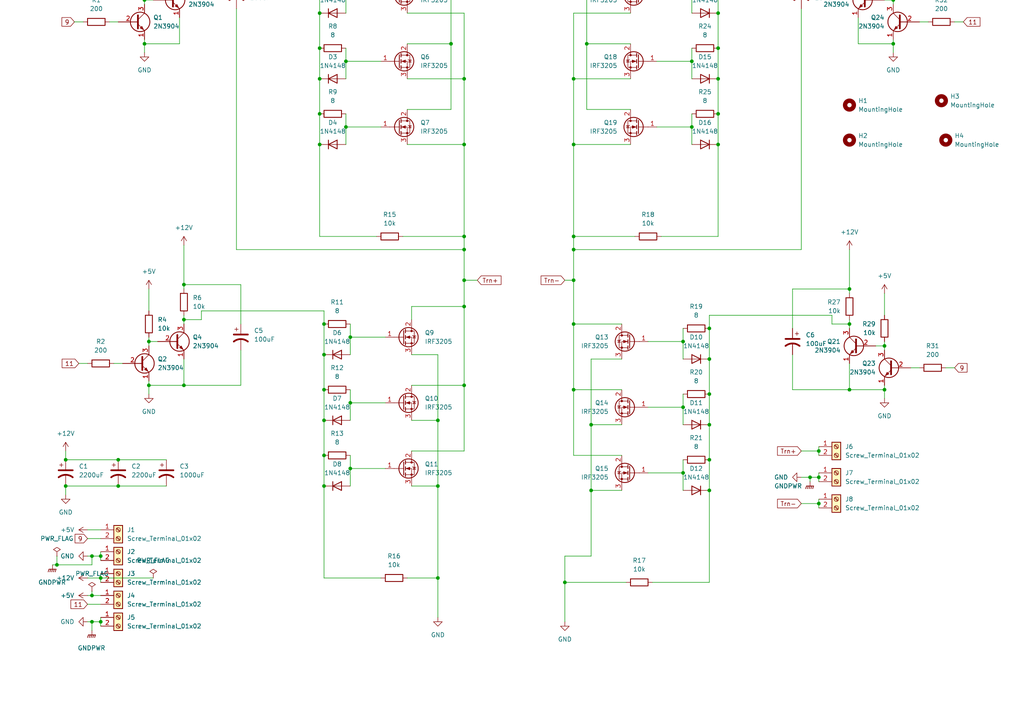
<source format=kicad_sch>
(kicad_sch (version 20230121) (generator eeschema)
  (paper "A4")
  (lib_symbols
    (symbol "Connector:Screw_Terminal_01x02" (pin_names (offset 1.016) hide)
      (property "Reference" "J" (at 0 2.54 0))
      (property "Value" "Screw_Terminal_01x02" (at 0 -5.08 0))
      (symbol "Screw_Terminal_01x02_1_1"
        (pin passive line (at -5.08 0 0) (length 3.81) (name "Pin_1") (number "1"))
        (pin passive line (at -5.08 -2.54 0) (length 3.81) (name "Pin_2") (number "2"))
      )
    )
    (symbol "Device:C_Polarized_US" (pin_numbers hide) (pin_names (offset 0.254) hide)
      (property "Reference" "C" (at 0.635 2.54 0))
      (property "Value" "C_Polarized_US" (at 0.635 -2.54 0))
      (symbol "C_Polarized_US_1_1"
        (pin passive line (at 0 3.81 270) (length 2.794) (name "~") (number "1"))
        (pin passive line (at 0 -3.81 90) (length 3.302) (name "~") (number "2"))
      )
    )
    (symbol "Device:R" (pin_numbers hide) (pin_names (offset 0))
      (property "Reference" "R" (at 2.032 0 90))
      (property "Value" "R" (at 0 0 90))
      (symbol "R_1_1"
        (pin passive line (at 0 3.81 270) (length 1.27) (name "~") (number "1"))
        (pin passive line (at 0 -3.81 90) (length 1.27) (name "~") (number "2"))
      )
    )
    (symbol "Diode:1N4007" (pin_numbers hide) (pin_names (offset 1.016) hide)
      (property "Reference" "D" (at 0 2.54 0))
      (property "Value" "1N4007" (at 0 -2.54 0))
      (symbol "1N4007_1_1"
        (pin passive line (at -3.81 0 0) (length 2.54) (name "K") (number "1"))
        (pin passive line (at 3.81 0 180) (length 2.54) (name "A") (number "2"))
      )
    )
    (symbol "Diode:1N4148" (pin_numbers hide) (pin_names (offset 1.016) hide)
      (property "Reference" "D" (at 0 2.54 0))
      (property "Value" "1N4148" (at 0 -2.54 0))
      (symbol "1N4148_1_1"
        (pin passive line (at -3.81 0 0) (length 2.54) (name "K") (number "1"))
        (pin passive line (at 3.81 0 180) (length 2.54) (name "A") (number "2"))
      )
    )
    (symbol "Mechanical:MountingHole" (pin_names (offset 1.016))
      (property "Reference" "H" (at 0 5.08 0))
      (property "Value" "MountingHole" (at 0 3.175 0))
    )
    (symbol "Transistor_BJT:2N3904" (pin_names (offset 0) hide)
      (property "Reference" "Q" (at 5.08 1.905 0))
      (property "Value" "2N3904" (at 5.08 0 0))
      (symbol "2N3904_1_1"
        (pin passive line (at 2.54 -5.08 90) (length 2.54) (name "E") (number "1"))
        (pin passive line (at -5.08 0 0) (length 5.715) (name "B") (number "2"))
        (pin passive line (at 2.54 5.08 270) (length 2.54) (name "C") (number "3"))
      )
    )
    (symbol "Transistor_FET:IRF3205" (pin_names hide)
      (property "Reference" "Q" (at 6.35 1.905 0))
      (property "Value" "IRF3205" (at 6.35 0 0))
      (symbol "IRF3205_1_1"
        (pin input line (at -5.08 0 0) (length 2.54) (name "G") (number "1"))
        (pin passive line (at 2.54 5.08 270) (length 2.54) (name "D") (number "2"))
        (pin passive line (at 2.54 -5.08 90) (length 2.54) (name "S") (number "3"))
      )
    )
    (symbol "power:+12V" (power) (pin_names (offset 0))
      (property "Value" "+12V" (at 0 3.556 0))
      (symbol "+12V_1_1"
        (pin power_in line (at 0 0 90) (length 0) hide (name "+12V") (number "1"))
      )
    )
    (symbol "power:+5V" (power) (pin_names (offset 0))
      (property "Value" "+5V" (at 0 3.556 0))
      (symbol "+5V_1_1"
        (pin power_in line (at 0 0 90) (length 0) hide (name "+5V") (number "1"))
      )
    )
    (symbol "power:GND" (power) (pin_names (offset 0))
      (property "Value" "GND" (at 0 -3.81 0))
      (symbol "GND_1_1"
        (pin power_in line (at 0 0 270) (length 0) hide (name "GND") (number "1"))
      )
    )
    (symbol "power:GNDPWR" (power) (pin_names (offset 0))
      (property "Value" "GNDPWR" (at 0 -3.302 0))
      (symbol "GNDPWR_1_1"
        (pin power_in line (at 0 0 270) (length 0) hide (name "GNDPWR") (number "1"))
      )
    )
    (symbol "power:PWR_FLAG" (power) (pin_numbers hide) (pin_names (offset 0) hide)
      (property "Value" "PWR_FLAG" (at 0 3.81 0))
      (symbol "PWR_FLAG_0_0"
        (pin power_out line (at 0 0 90) (length 0) (name "pwr") (number "1"))
      )
    )
  )
  (junction (at 29.21 167.64))
  (junction (at 166.37 22.86))
  (junction (at 100.33 36.83))
  (junction (at 92.71 33.02))
  (junction (at 259.08 12.7))
  (junction (at 16.51 163.83))
  (junction (at 134.62 41.91))
  (junction (at 100.33 17.78))
  (junction (at 166.37 68.58))
  (junction (at 134.62 72.39))
  (junction (at 93.98 132.08))
  (junction (at 166.37 41.91))
  (junction (at 134.62 111.76))
  (junction (at 208.28 33.02))
  (junction (at 205.74 142.24))
  (junction (at 166.37 93.98))
  (junction (at 92.71 13.97))
  (junction (at 93.98 113.03))
  (junction (at 200.66 36.83))
  (junction (at 170.18 12.7))
  (junction (at 34.29 140.97))
  (junction (at 259.08 0))
  (junction (at 29.21 161.29))
  (junction (at 246.38 83.82))
  (junction (at 93.98 93.98))
  (junction (at 198.12 99.06))
  (junction (at 256.54 100.33))
  (junction (at 166.37 72.39))
  (junction (at 19.05 133.35))
  (junction (at 163.83 168.91))
  (junction (at 205.74 114.3))
  (junction (at 182.88 -10.16))
  (junction (at 200.66 17.78))
  (junction (at 166.37 113.03))
  (junction (at 43.18 111.76))
  (junction (at 101.6 116.84))
  (junction (at 237.49 146.05))
  (junction (at 52.07 -16.51))
  (junction (at 26.67 161.29))
  (junction (at 41.91 0))
  (junction (at 205.74 123.19))
  (junction (at 53.34 92.71))
  (junction (at 92.71 41.91))
  (junction (at 134.62 68.58))
  (junction (at 130.81 12.7))
  (junction (at 92.71 22.86))
  (junction (at 205.74 104.14))
  (junction (at 93.98 140.97))
  (junction (at 92.71 -5.08))
  (junction (at 205.74 133.35))
  (junction (at 246.38 113.03))
  (junction (at 134.62 81.28))
  (junction (at 256.54 113.03))
  (junction (at 52.07 -6.35))
  (junction (at 29.21 180.34))
  (junction (at 248.92 -16.51))
  (junction (at 205.74 95.25))
  (junction (at 134.62 88.9))
  (junction (at 53.34 82.55))
  (junction (at 127 121.92))
  (junction (at 208.28 3.81))
  (junction (at 34.29 133.35))
  (junction (at 127 140.97))
  (junction (at 248.92 -6.35))
  (junction (at 100.33 -1.27))
  (junction (at 200.66 -1.27))
  (junction (at 246.38 93.98))
  (junction (at 127 167.64))
  (junction (at 101.6 97.79))
  (junction (at 43.18 99.06))
  (junction (at 234.95 138.43))
  (junction (at 171.45 123.19))
  (junction (at 93.98 102.87))
  (junction (at 208.28 -5.08))
  (junction (at 134.62 22.86))
  (junction (at 53.34 111.76))
  (junction (at 237.49 130.81))
  (junction (at 237.49 138.43))
  (junction (at 41.91 12.7))
  (junction (at 198.12 137.16))
  (junction (at 198.12 118.11))
  (junction (at 208.28 41.91))
  (junction (at 118.11 -10.16))
  (junction (at 19.05 140.97))
  (junction (at 101.6 135.89))
  (junction (at 26.67 172.72))
  (junction (at 26.67 180.34))
  (junction (at 93.98 121.92))
  (junction (at 208.28 13.97))
  (junction (at 92.71 3.81))
  (junction (at 171.45 142.24))
  (junction (at 208.28 22.86))
  (junction (at 166.37 81.28))
  (wire (pts (xy 259.08 0) (xy 256.54 0)))
  (wire (pts (xy 163.83 168.91) (xy 163.83 180.34)))
  (wire (pts (xy 229.87 102.87) (xy 229.87 113.03)))
  (wire (pts (xy 208.28 -8.89) (xy 243.84 -8.89)))
  (wire (pts (xy 208.28 -5.08) (xy 208.28 3.81)))
  (wire (pts (xy 26.67 163.83) (xy 26.67 161.29)))
  (wire (pts (xy 259.08 -1.27) (xy 259.08 0)))
  (wire (pts (xy 69.85 93.98) (xy 69.85 82.55)))
  (wire (pts (xy 52.07 -16.51) (xy 52.07 -15.24)))
  (wire (pts (xy 232.41 -5.08) (xy 232.41 -16.51)))
  (wire (pts (xy 256.54 113.03) (xy 256.54 115.57)))
  (wire (pts (xy 181.61 168.91) (xy 163.83 168.91)))
  (wire (pts (xy 246.38 105.41) (xy 246.38 113.03)))
  (wire (pts (xy 198.12 99.06) (xy 187.96 99.06)))
  (wire (pts (xy 43.18 99.06) (xy 43.18 100.33)))
  (wire (pts (xy 52.07 5.08) (xy 52.07 12.7)))
  (wire (pts (xy 134.62 111.76) (xy 134.62 88.9)))
  (wire (pts (xy 15.24 163.83) (xy 16.51 163.83)))
  (wire (pts (xy 25.4 175.26) (xy 29.21 175.26)))
  (wire (pts (xy 198.12 137.16) (xy 198.12 142.24)))
  (wire (pts (xy 166.37 93.98) (xy 166.37 113.03)))
  (wire (pts (xy 43.18 110.49) (xy 43.18 111.76)))
  (wire (pts (xy 237.49 137.16) (xy 237.49 138.43)))
  (wire (pts (xy 19.05 140.97) (xy 34.29 140.97)))
  (wire (pts (xy 69.85 111.76) (xy 53.34 111.76)))
  (wire (pts (xy 69.85 101.6) (xy 69.85 111.76)))
  (wire (pts (xy 43.18 83.82) (xy 43.18 90.17)))
  (wire (pts (xy 248.92 12.7) (xy 259.08 12.7)))
  (wire (pts (xy 200.66 -1.27) (xy 190.5 -1.27)))
  (wire (pts (xy 166.37 113.03) (xy 180.34 113.03)))
  (wire (pts (xy 68.58 72.39) (xy 134.62 72.39)))
  (wire (pts (xy 232.41 2.54) (xy 232.41 72.39)))
  (wire (pts (xy 68.58 -5.08) (xy 68.58 -16.51)))
  (wire (pts (xy 101.6 135.89) (xy 101.6 140.97)))
  (wire (pts (xy 118.11 3.81) (xy 134.62 3.81)))
  (wire (pts (xy 237.49 129.54) (xy 237.49 130.81)))
  (wire (pts (xy 248.92 5.08) (xy 248.92 12.7)))
  (wire (pts (xy 92.71 -5.08) (xy 92.71 -8.89)))
  (wire (pts (xy 232.41 -16.51) (xy 248.92 -16.51)))
  (wire (pts (xy 29.21 166.37) (xy 29.21 167.64)))
  (wire (pts (xy 256.54 100.33) (xy 256.54 101.6)))
  (wire (pts (xy 256.54 85.09) (xy 256.54 91.44)))
  (wire (pts (xy 134.62 81.28) (xy 138.43 81.28)))
  (wire (pts (xy 200.66 17.78) (xy 190.5 17.78)))
  (wire (pts (xy 101.6 135.89) (xy 111.76 135.89)))
  (wire (pts (xy 29.21 161.29) (xy 29.21 162.56)))
  (wire (pts (xy 208.28 -5.08) (xy 208.28 -8.89)))
  (wire (pts (xy 171.45 161.29) (xy 163.83 161.29)))
  (wire (pts (xy 29.21 179.07) (xy 29.21 180.34)))
  (wire (pts (xy 25.4 180.34) (xy 26.67 180.34)))
  (wire (pts (xy 182.88 3.81) (xy 166.37 3.81)))
  (wire (pts (xy 26.67 180.34) (xy 29.21 180.34)))
  (wire (pts (xy 33.02 105.41) (xy 35.56 105.41)))
  (wire (pts (xy 118.11 31.75) (xy 130.81 31.75)))
  (wire (pts (xy 58.42 90.17) (xy 58.42 92.71)))
  (wire (pts (xy 279.4 6.35) (xy 276.86 6.35)))
  (wire (pts (xy 134.62 111.76) (xy 134.62 130.81)))
  (wire (pts (xy 118.11 -15.24) (xy 118.11 -10.16)))
  (wire (pts (xy 110.49 167.64) (xy 93.98 167.64)))
  (wire (pts (xy 243.84 -6.35) (xy 248.92 -6.35)))
  (wire (pts (xy 237.49 130.81) (xy 237.49 132.08)))
  (wire (pts (xy 127 140.97) (xy 127 121.92)))
  (wire (pts (xy 180.34 123.19) (xy 171.45 123.19)))
  (wire (pts (xy 92.71 22.86) (xy 92.71 33.02)))
  (wire (pts (xy 26.67 161.29) (xy 29.21 161.29)))
  (wire (pts (xy 259.08 0) (xy 259.08 1.27)))
  (wire (pts (xy 52.07 -6.35) (xy 52.07 -5.08)))
  (wire (pts (xy 246.38 113.03) (xy 256.54 113.03)))
  (wire (pts (xy 232.41 146.05) (xy 237.49 146.05)))
  (wire (pts (xy 200.66 -5.08) (xy 200.66 -1.27)))
  (wire (pts (xy 200.66 33.02) (xy 200.66 36.83)))
  (wire (pts (xy 134.62 68.58) (xy 134.62 72.39)))
  (wire (pts (xy 166.37 41.91) (xy 166.37 22.86)))
  (wire (pts (xy 16.51 163.83) (xy 26.67 163.83)))
  (wire (pts (xy 119.38 130.81) (xy 134.62 130.81)))
  (wire (pts (xy 57.15 -8.89) (xy 57.15 -6.35)))
  (wire (pts (xy 57.15 -6.35) (xy 52.07 -6.35)))
  (wire (pts (xy 243.84 -8.89) (xy 243.84 -6.35)))
  (wire (pts (xy 163.83 161.29) (xy 163.83 168.91)))
  (wire (pts (xy 127 167.64) (xy 127 179.07)))
  (wire (pts (xy 43.18 111.76) (xy 43.18 114.3)))
  (wire (pts (xy 53.34 71.12) (xy 53.34 82.55)))
  (wire (pts (xy 134.62 88.9) (xy 119.38 88.9)))
  (wire (pts (xy 232.41 72.39) (xy 166.37 72.39)))
  (wire (pts (xy 200.66 17.78) (xy 200.66 22.86)))
  (wire (pts (xy 68.58 2.54) (xy 68.58 72.39)))
  (wire (pts (xy 92.71 -8.89) (xy 57.15 -8.89)))
  (wire (pts (xy 93.98 121.92) (xy 93.98 132.08)))
  (wire (pts (xy 134.62 41.91) (xy 134.62 68.58)))
  (wire (pts (xy 92.71 3.81) (xy 92.71 13.97)))
  (wire (pts (xy 41.91 11.43) (xy 41.91 12.7)))
  (wire (pts (xy 93.98 113.03) (xy 93.98 121.92)))
  (wire (pts (xy 41.91 -15.24) (xy 41.91 -8.89)))
  (wire (pts (xy 248.92 -6.35) (xy 248.92 -5.08)))
  (wire (pts (xy 52.07 -27.94) (xy 52.07 -25.4)))
  (wire (pts (xy 134.62 81.28) (xy 134.62 88.9)))
  (wire (pts (xy 101.6 97.79) (xy 111.76 97.79)))
  (wire (pts (xy 166.37 81.28) (xy 166.37 93.98)))
  (wire (pts (xy 92.71 13.97) (xy 92.71 22.86)))
  (wire (pts (xy 41.91 12.7) (xy 41.91 15.24)))
  (wire (pts (xy 22.86 105.41) (xy 25.4 105.41)))
  (wire (pts (xy 92.71 33.02) (xy 92.71 41.91)))
  (wire (pts (xy 26.67 171.45) (xy 26.67 172.72)))
  (wire (pts (xy 237.49 146.05) (xy 237.49 147.32)))
  (wire (pts (xy 205.74 123.19) (xy 205.74 133.35)))
  (wire (pts (xy 134.62 72.39) (xy 134.62 81.28)))
  (wire (pts (xy 205.74 95.25) (xy 205.74 104.14)))
  (wire (pts (xy 248.92 -27.94) (xy 248.92 -25.4)))
  (wire (pts (xy 246.38 92.71) (xy 246.38 93.98)))
  (wire (pts (xy 101.6 116.84) (xy 111.76 116.84)))
  (wire (pts (xy 93.98 90.17) (xy 58.42 90.17)))
  (wire (pts (xy 182.88 41.91) (xy 166.37 41.91)))
  (wire (pts (xy 100.33 13.97) (xy 100.33 17.78)))
  (wire (pts (xy 119.38 140.97) (xy 127 140.97)))
  (wire (pts (xy 118.11 -10.16) (xy 118.11 -6.35)))
  (wire (pts (xy 25.4 172.72) (xy 26.67 172.72)))
  (wire (pts (xy 182.88 -15.24) (xy 182.88 -10.16)))
  (wire (pts (xy 229.87 83.82) (xy 246.38 83.82)))
  (wire (pts (xy 52.07 -7.62) (xy 52.07 -6.35)))
  (wire (pts (xy 134.62 3.81) (xy 134.62 22.86)))
  (wire (pts (xy 130.81 -10.16) (xy 118.11 -10.16)))
  (wire (pts (xy 101.6 97.79) (xy 101.6 102.87)))
  (wire (pts (xy 229.87 113.03) (xy 246.38 113.03)))
  (wire (pts (xy 166.37 132.08) (xy 180.34 132.08)))
  (wire (pts (xy 100.33 -1.27) (xy 100.33 3.81)))
  (wire (pts (xy 266.7 106.68) (xy 264.16 106.68)))
  (wire (pts (xy 93.98 132.08) (xy 93.98 140.97)))
  (wire (pts (xy 118.11 12.7) (xy 130.81 12.7)))
  (wire (pts (xy 53.34 104.14) (xy 53.34 111.76)))
  (wire (pts (xy 234.95 138.43) (xy 237.49 138.43)))
  (wire (pts (xy 184.15 68.58) (xy 166.37 68.58)))
  (wire (pts (xy 34.29 140.97) (xy 48.26 140.97)))
  (wire (pts (xy 119.38 121.92) (xy 127 121.92)))
  (wire (pts (xy 237.49 144.78) (xy 237.49 146.05)))
  (wire (pts (xy 256.54 99.06) (xy 256.54 100.33)))
  (wire (pts (xy 171.45 104.14) (xy 171.45 123.19)))
  (wire (pts (xy 26.67 172.72) (xy 29.21 172.72)))
  (wire (pts (xy 180.34 104.14) (xy 171.45 104.14)))
  (wire (pts (xy 166.37 3.81) (xy 166.37 22.86)))
  (wire (pts (xy 171.45 142.24) (xy 171.45 123.19)))
  (wire (pts (xy 101.6 116.84) (xy 101.6 121.92)))
  (wire (pts (xy 58.42 92.71) (xy 53.34 92.71)))
  (wire (pts (xy 198.12 118.11) (xy 198.12 123.19)))
  (wire (pts (xy 229.87 95.25) (xy 229.87 83.82)))
  (wire (pts (xy 198.12 133.35) (xy 198.12 137.16)))
  (wire (pts (xy 182.88 22.86) (xy 166.37 22.86)))
  (wire (pts (xy 100.33 -5.08) (xy 100.33 -1.27)))
  (wire (pts (xy 41.91 0) (xy 41.91 1.27)))
  (wire (pts (xy 205.74 91.44) (xy 241.3 91.44)))
  (wire (pts (xy 52.07 12.7) (xy 41.91 12.7)))
  (wire (pts (xy 191.77 68.58) (xy 208.28 68.58)))
  (wire (pts (xy 170.18 12.7) (xy 170.18 -10.16)))
  (wire (pts (xy 93.98 140.97) (xy 93.98 167.64)))
  (wire (pts (xy 246.38 83.82) (xy 246.38 85.09)))
  (wire (pts (xy 200.66 36.83) (xy 200.66 41.91)))
  (wire (pts (xy 198.12 99.06) (xy 198.12 104.14)))
  (wire (pts (xy 248.92 -7.62) (xy 248.92 -6.35)))
  (wire (pts (xy 198.12 118.11) (xy 187.96 118.11)))
  (wire (pts (xy 208.28 41.91) (xy 208.28 68.58)))
  (wire (pts (xy 248.92 -16.51) (xy 248.92 -15.24)))
  (wire (pts (xy 93.98 93.98) (xy 93.98 102.87)))
  (wire (pts (xy 100.33 36.83) (xy 100.33 41.91)))
  (wire (pts (xy 101.6 132.08) (xy 101.6 135.89)))
  (wire (pts (xy 29.21 167.64) (xy 29.21 168.91)))
  (wire (pts (xy 21.59 6.35) (xy 24.13 6.35)))
  (wire (pts (xy 109.22 68.58) (xy 92.71 68.58)))
  (wire (pts (xy 189.23 168.91) (xy 205.74 168.91)))
  (wire (pts (xy 208.28 13.97) (xy 208.28 22.86)))
  (wire (pts (xy 100.33 33.02) (xy 100.33 36.83)))
  (wire (pts (xy 29.21 167.64) (xy 44.45 167.64)))
  (wire (pts (xy 127 140.97) (xy 127 167.64)))
  (wire (pts (xy 101.6 93.98) (xy 101.6 97.79)))
  (wire (pts (xy 205.74 95.25) (xy 205.74 91.44)))
  (wire (pts (xy 205.74 114.3) (xy 205.74 123.19)))
  (wire (pts (xy 92.71 41.91) (xy 92.71 68.58)))
  (wire (pts (xy 205.74 133.35) (xy 205.74 142.24)))
  (wire (pts (xy 269.24 6.35) (xy 266.7 6.35)))
  (wire (pts (xy 182.88 -10.16) (xy 182.88 -6.35)))
  (wire (pts (xy 259.08 11.43) (xy 259.08 12.7)))
  (wire (pts (xy 205.74 104.14) (xy 205.74 114.3)))
  (wire (pts (xy 116.84 68.58) (xy 134.62 68.58)))
  (wire (pts (xy 19.05 140.97) (xy 19.05 143.51)))
  (wire (pts (xy 53.34 92.71) (xy 53.34 93.98)))
  (wire (pts (xy 43.18 97.79) (xy 43.18 99.06)))
  (wire (pts (xy 248.92 -17.78) (xy 248.92 -16.51)))
  (wire (pts (xy 166.37 72.39) (xy 166.37 81.28)))
  (wire (pts (xy 259.08 12.7) (xy 259.08 15.24)))
  (wire (pts (xy 69.85 82.55) (xy 53.34 82.55)))
  (wire (pts (xy 182.88 12.7) (xy 170.18 12.7)))
  (wire (pts (xy 246.38 93.98) (xy 246.38 95.25)))
  (wire (pts (xy 256.54 100.33) (xy 254 100.33)))
  (wire (pts (xy 16.51 161.29) (xy 16.51 163.83)))
  (wire (pts (xy 100.33 36.83) (xy 110.49 36.83)))
  (wire (pts (xy 25.4 156.21) (xy 29.21 156.21)))
  (wire (pts (xy 208.28 33.02) (xy 208.28 41.91)))
  (wire (pts (xy 41.91 0) (xy 44.45 0)))
  (wire (pts (xy 182.88 31.75) (xy 170.18 31.75)))
  (wire (pts (xy 198.12 95.25) (xy 198.12 99.06)))
  (wire (pts (xy 200.66 36.83) (xy 190.5 36.83)))
  (wire (pts (xy 208.28 3.81) (xy 208.28 13.97)))
  (wire (pts (xy 118.11 22.86) (xy 134.62 22.86)))
  (wire (pts (xy 130.81 12.7) (xy 130.81 -10.16)))
  (wire (pts (xy 68.58 -16.51) (xy 52.07 -16.51)))
  (wire (pts (xy 53.34 111.76) (xy 43.18 111.76)))
  (wire (pts (xy 19.05 133.35) (xy 34.29 133.35)))
  (wire (pts (xy 130.81 12.7) (xy 130.81 31.75)))
  (wire (pts (xy 25.4 153.67) (xy 29.21 153.67)))
  (wire (pts (xy 53.34 91.44) (xy 53.34 92.71)))
  (wire (pts (xy 100.33 17.78) (xy 100.33 22.86)))
  (wire (pts (xy 166.37 41.91) (xy 166.37 68.58)))
  (wire (pts (xy 170.18 12.7) (xy 170.18 31.75)))
  (wire (pts (xy 166.37 68.58) (xy 166.37 72.39)))
  (wire (pts (xy 101.6 113.03) (xy 101.6 116.84)))
  (wire (pts (xy 34.29 133.35) (xy 48.26 133.35)))
  (wire (pts (xy 166.37 93.98) (xy 180.34 93.98)))
  (wire (pts (xy 119.38 88.9) (xy 119.38 92.71)))
  (wire (pts (xy 26.67 180.34) (xy 26.67 182.88)))
  (wire (pts (xy 256.54 111.76) (xy 256.54 113.03)))
  (wire (pts (xy 241.3 93.98) (xy 246.38 93.98)))
  (wire (pts (xy 119.38 111.76) (xy 134.62 111.76)))
  (wire (pts (xy 43.18 99.06) (xy 45.72 99.06)))
  (wire (pts (xy 241.3 91.44) (xy 241.3 93.98)))
  (wire (pts (xy 200.66 13.97) (xy 200.66 17.78)))
  (wire (pts (xy 163.83 81.28) (xy 166.37 81.28)))
  (wire (pts (xy 118.11 41.91) (xy 134.62 41.91)))
  (wire (pts (xy 52.07 -17.78) (xy 52.07 -16.51)))
  (wire (pts (xy 53.34 82.55) (xy 53.34 83.82)))
  (wire (pts (xy 134.62 41.91) (xy 134.62 22.86)))
  (wire (pts (xy 200.66 -1.27) (xy 200.66 3.81)))
  (wire (pts (xy 180.34 142.24) (xy 171.45 142.24)))
  (wire (pts (xy 100.33 -1.27) (xy 110.49 -1.27)))
  (wire (pts (xy 41.91 -1.27) (xy 41.91 0)))
  (wire (pts (xy 234.95 138.43) (xy 234.95 139.7)))
  (wire (pts (xy 127 102.87) (xy 127 121.92)))
  (wire (pts (xy 208.28 22.86) (xy 208.28 33.02)))
  (wire (pts (xy 118.11 167.64) (xy 127 167.64)))
  (wire (pts (xy 232.41 138.43) (xy 234.95 138.43)))
  (wire (pts (xy 198.12 137.16) (xy 187.96 137.16)))
  (wire (pts (xy 31.75 6.35) (xy 34.29 6.35)))
  (wire (pts (xy 166.37 113.03) (xy 166.37 132.08)))
  (wire (pts (xy 29.21 160.02) (xy 29.21 161.29)))
  (wire (pts (xy 232.41 130.81) (xy 237.49 130.81)))
  (wire (pts (xy 237.49 138.43) (xy 237.49 139.7)))
  (wire (pts (xy 119.38 102.87) (xy 127 102.87)))
  (wire (pts (xy 19.05 130.81) (xy 19.05 133.35)))
  (wire (pts (xy 276.86 106.68) (xy 274.32 106.68)))
  (wire (pts (xy 93.98 102.87) (xy 93.98 113.03)))
  (wire (pts (xy 29.21 180.34) (xy 29.21 181.61)))
  (wire (pts (xy 92.71 -5.08) (xy 92.71 3.81)))
  (wire (pts (xy 25.4 167.64) (xy 29.21 167.64)))
  (wire (pts (xy 93.98 93.98) (xy 93.98 90.17)))
  (wire (pts (xy 25.4 161.29) (xy 26.67 161.29)))
  (wire (pts (xy 100.33 17.78) (xy 110.49 17.78)))
  (wire (pts (xy 171.45 161.29) (xy 171.45 142.24)))
  (wire (pts (xy 170.18 -10.16) (xy 182.88 -10.16)))
  (wire (pts (xy 205.74 142.24) (xy 205.74 168.91)))
  (wire (pts (xy 259.08 -15.24) (xy 259.08 -8.89)))
  (wire (pts (xy 246.38 72.39) (xy 246.38 83.82)))
  (wire (pts (xy 198.12 114.3) (xy 198.12 118.11)))
  (global_label "11" (shape input) (at 22.86 105.41 180) (property "Intersheetrefs" "${INTERSHEET_REFS}" (effects hide)))
  (global_label "Trn+" (shape input) (at 232.41 130.81 180) (property "Intersheetrefs" "${INTERSHEET_REFS}" (effects hide)))
  (global_label "Trn-" (shape input) (at 232.41 146.05 180) (property "Intersheetrefs" "${INTERSHEET_REFS}" (effects hide)))
  (global_label "9" (shape input) (at 276.86 106.68 0) (property "Intersheetrefs" "${INTERSHEET_REFS}" (effects hide)))
  (global_label "Trn-" (shape input) (at 163.83 81.28 180) (property "Intersheetrefs" "${INTERSHEET_REFS}" (effects hide)))
  (global_label "Trn+" (shape input) (at 138.43 81.28 0) (property "Intersheetrefs" "${INTERSHEET_REFS}" (effects hide)))
  (global_label "9" (shape input) (at 21.59 6.35 180) (property "Intersheetrefs" "${INTERSHEET_REFS}" (effects hide)))
  (global_label "11" (shape input) (at 279.4 6.35 0) (property "Intersheetrefs" "${INTERSHEET_REFS}" (effects hide)))
  (global_label "9" (shape input) (at 25.4 156.21 180) (property "Intersheetrefs" "${INTERSHEET_REFS}" (effects hide)))
  (global_label "11" (shape input) (at 25.4 175.26 180) (property "Intersheetrefs" "${INTERSHEET_REFS}" (effects hide)))
  (symbol (lib_id "power:+5V") (at 25.4 172.72 90) (unit 1)
    (property "Reference" "#PWR07" (effects hide))
    (property "Value" "+5V" (at 21.59 172.7199 90) (effects (justify left)))
  )
  (symbol (lib_id "Device:R") (at 273.05 6.35 270) (mirror x) (unit 1)
    (property "Reference" "R32" (at 273.05 0 90))
    (property "Value" "200" (at 273.05 2.54 90))
    (property "Footprint" "Resistor_THT:R_Axial_DIN0207_L6.3mm_D2.5mm_P10.16mm_Horizontal" (effects hide))
  )
  (symbol (lib_id "Device:R") (at 204.47 -5.08 270) (mirror x) (unit 1)
    (property "Reference" "R23" (at 204.47 -11.43 90))
    (property "Value" "8" (at 204.47 -8.89 90))
    (property "Footprint" "Resistor_THT:R_Axial_DIN0309_L9.0mm_D3.2mm_P15.24mm_Horizontal" (effects hide))
  )
  (symbol (lib_id "power:+12V") (at 246.38 72.39 0) (mirror y) (unit 1)
    (property "Reference" "#PWR023" (effects hide))
    (property "Value" "+12V" (at 246.38 67.31 0))
  )
  (symbol (lib_id "Device:R") (at 201.93 95.25 270) (mirror x) (unit 1)
    (property "Reference" "R19" (at 201.93 88.9 90))
    (property "Value" "8" (at 201.93 91.44 90))
    (property "Footprint" "Resistor_THT:R_Axial_DIN0309_L9.0mm_D3.2mm_P15.24mm_Horizontal" (effects hide))
  )
  (symbol (lib_id "Connector:Screw_Terminal_01x02") (at 34.29 172.72 0) (unit 1)
    (property "Reference" "J4" (at 36.83 172.7199 0) (effects (justify left)))
    (property "Value" "Screw_Terminal_01x02" (at 36.83 175.2599 0) (effects (justify left)))
    (property "Footprint" "TerminalBlock_Phoenix:TerminalBlock_Phoenix_MKDS-3-2-5.08_1x02_P5.08mm_Horizontal" (effects hide))
  )
  (symbol (lib_id "Connector:Screw_Terminal_01x02") (at 34.29 166.37 0) (unit 1)
    (property "Reference" "J3" (at 36.83 166.3699 0) (effects (justify left)))
    (property "Value" "Screw_Terminal_01x02" (at 36.83 168.9099 0) (effects (justify left)))
    (property "Footprint" "TerminalBlock_Phoenix:TerminalBlock_Phoenix_MKDS-3-2-5.08_1x02_P5.08mm_Horizontal" (effects hide))
  )
  (symbol (lib_id "Device:C_Polarized_US") (at 48.26 137.16 0) (unit 1)
    (property "Reference" "C3" (at 52.07 135.2549 0) (effects (justify left)))
    (property "Value" "1000uF" (at 52.07 137.7949 0) (effects (justify left)))
    (property "Footprint" "Capacitor_THT:CP_Radial_D13.0mm_P5.00mm" (effects hide))
  )
  (symbol (lib_id "Device:R") (at 204.47 33.02 270) (mirror x) (unit 1)
    (property "Reference" "R25" (at 204.47 26.67 90))
    (property "Value" "8" (at 204.47 29.21 90))
    (property "Footprint" "Resistor_THT:R_Axial_DIN0309_L9.0mm_D3.2mm_P15.24mm_Horizontal" (effects hide))
  )
  (symbol (lib_id "Device:C_Polarized_US") (at 68.58 -1.27 0) (unit 1)
    (property "Reference" "C4" (at 72.39 -3.1751 0) (effects (justify left)))
    (property "Value" "100uF" (at 72.39 -0.6351 0) (effects (justify left)))
    (property "Footprint" "Capacitor_THT:CP_Radial_D6.3mm_P2.50mm" (effects hide))
  )
  (symbol (lib_id "Device:R") (at 113.03 68.58 90) (unit 1)
    (property "Reference" "R15" (at 113.03 62.23 90))
    (property "Value" "10k" (at 113.03 64.77 90))
    (property "Footprint" "Resistor_THT:R_Axial_DIN0309_L9.0mm_D3.2mm_P15.24mm_Horizontal" (effects hide))
  )
  (symbol (lib_id "power:PWR_FLAG") (at 16.51 161.29 0) (unit 1)
    (property "Reference" "#FLG0102" (effects hide))
    (property "Value" "PWR_FLAG" (at 16.51 156.21 0))
  )
  (symbol (lib_id "Device:C_Polarized_US") (at 229.87 99.06 0) (mirror y) (unit 1)
    (property "Reference" "C6" (at 233.68 97.1549 0) (effects (justify right)))
    (property "Value" "100uF" (at 233.68 99.6949 0) (effects (justify right)))
    (property "Footprint" "Capacitor_THT:CP_Radial_D6.3mm_P2.50mm" (effects hide))
  )
  (symbol (lib_id "Transistor_FET:IRF3205") (at 182.88 99.06 0) (mirror y) (unit 1)
    (property "Reference" "Q13" (at 176.53 97.7899 0) (effects (justify left)))
    (property "Value" "IRF3205" (at 176.53 100.3299 0) (effects (justify left)))
    (property "Footprint" "Package_TO_SOT_THT:TO-220-3_Vertical" (effects hide))
    (property "Datasheet" "http://www.irf.com/product-info/datasheets/data/irf3205.pdf" (effects hide))
  )
  (symbol (lib_id "Transistor_BJT:2N3904") (at 259.08 106.68 0) (mirror y) (unit 1)
    (property "Reference" "Q23" (at 254 105.4099 0) (effects (justify left)))
    (property "Value" "2N3904" (at 254 107.9499 0) (effects (justify left)))
    (property "Footprint" "Package_TO_SOT_THT:TO-92_Inline_Wide" (effects hide))
    (property "Datasheet" "https://www.onsemi.com/pub/Collateral/2N3903-D.PDF" (effects hide))
  )
  (symbol (lib_id "Diode:1N4148") (at 97.79 102.87 0) (unit 1)
    (property "Reference" "D6" (at 97.79 96.52 0))
    (property "Value" "1N4148" (at 97.79 99.06 0))
    (property "Footprint" "Diode_THT:D_DO-35_SOD27_P10.16mm_Horizontal" (effects hide))
    (property "Datasheet" "https://assets.nexperia.com/documents/data-sheet/1N4148_1N4448.pdf" (effects hide))
  )
  (symbol (lib_id "Device:C_Polarized_US") (at 34.29 137.16 0) (unit 1)
    (property "Reference" "C2" (at 38.1 135.2549 0) (effects (justify left)))
    (property "Value" "2200uF" (at 38.1 137.7949 0) (effects (justify left)))
    (property "Footprint" "Capacitor_THT:CP_Radial_D17.0mm_P7.50mm" (effects hide))
  )
  (symbol (lib_id "Device:R") (at 43.18 93.98 0) (unit 1)
    (property "Reference" "R4" (at 45.72 92.7099 0) (effects (justify left)))
    (property "Value" "10k" (at 45.72 95.2499 0) (effects (justify left)))
    (property "Footprint" "Resistor_THT:R_Axial_DIN0309_L9.0mm_D3.2mm_P15.24mm_Horizontal" (effects hide))
  )
  (symbol (lib_id "Transistor_BJT:2N3904") (at 251.46 0 0) (mirror y) (unit 1)
    (property "Reference" "Q22" (at 246.38 -1.2701 0) (effects (justify left)))
    (property "Value" "2N3904" (at 246.38 1.2699 0) (effects (justify left)))
    (property "Footprint" "Package_TO_SOT_THT:TO-92_Inline_Wide" (effects hide))
    (property "Datasheet" "https://www.onsemi.com/pub/Collateral/2N3903-D.PDF" (effects hide))
  )
  (symbol (lib_id "Device:R") (at 259.08 -5.08 0) (mirror y) (unit 1)
    (property "Reference" "R30" (at 256.54 -6.3501 0) (effects (justify left)))
    (property "Value" "10k" (at 256.54 -3.8101 0) (effects (justify left)))
    (property "Footprint" "Resistor_THT:R_Axial_DIN0309_L9.0mm_D3.2mm_P15.24mm_Horizontal" (effects hide))
  )
  (symbol (lib_id "power:+5V") (at 259.08 -15.24 0) (mirror y) (unit 1)
    (property "Reference" "#PWR027" (effects hide))
    (property "Value" "+5V" (at 259.08 -20.32 0))
  )
  (symbol (lib_id "Device:R") (at 246.38 88.9 0) (mirror y) (unit 1)
    (property "Reference" "R27" (at 243.84 87.6299 0) (effects (justify left)))
    (property "Value" "10k" (at 243.84 90.1699 0) (effects (justify left)))
    (property "Footprint" "Resistor_THT:R_Axial_DIN0309_L9.0mm_D3.2mm_P15.24mm_Horizontal" (effects hide))
  )
  (symbol (lib_id "Transistor_BJT:2N3904") (at 39.37 6.35 0) (unit 1)
    (property "Reference" "Q1" (at 44.45 5.0799 0) (effects (justify left)))
    (property "Value" "2N3904" (at 44.45 7.6199 0) (effects (justify left)))
    (property "Footprint" "Package_TO_SOT_THT:TO-92_Inline_Wide" (effects hide))
    (property "Datasheet" "https://www.onsemi.com/pub/Collateral/2N3903-D.PDF" (effects hide))
  )
  (symbol (lib_id "Diode:1N4148") (at 201.93 142.24 0) (mirror y) (unit 1)
    (property "Reference" "D12" (at 201.93 135.89 0))
    (property "Value" "1N4148" (at 201.93 138.43 0))
    (property "Footprint" "Diode_THT:D_DO-35_SOD27_P10.16mm_Horizontal" (effects hide))
    (property "Datasheet" "https://assets.nexperia.com/documents/data-sheet/1N4148_1N4448.pdf" (effects hide))
  )
  (symbol (lib_id "Device:R") (at 187.96 68.58 270) (mirror x) (unit 1)
    (property "Reference" "R18" (at 187.96 62.23 90))
    (property "Value" "10k" (at 187.96 64.77 90))
    (property "Footprint" "Resistor_THT:R_Axial_DIN0309_L9.0mm_D3.2mm_P15.24mm_Horizontal" (effects hide))
  )
  (symbol (lib_id "power:GND") (at 127 179.07 0) (unit 1)
    (property "Reference" "#PWR017" (effects hide))
    (property "Value" "GND" (at 127 184.15 0))
  )
  (symbol (lib_id "Connector:Screw_Terminal_01x02") (at 34.29 160.02 0) (unit 1)
    (property "Reference" "J2" (at 36.83 160.0199 0) (effects (justify left)))
    (property "Value" "Screw_Terminal_01x02" (at 36.83 162.5599 0) (effects (justify left)))
    (property "Footprint" "TerminalBlock_Phoenix:TerminalBlock_Phoenix_MKDS-3-2-5.08_1x02_P5.08mm_Horizontal" (effects hide))
  )
  (symbol (lib_id "Transistor_FET:IRF3205") (at 182.88 137.16 0) (mirror y) (unit 1)
    (property "Reference" "Q15" (at 176.53 135.8899 0) (effects (justify left)))
    (property "Value" "IRF3205" (at 176.53 138.4299 0) (effects (justify left)))
    (property "Footprint" "Package_TO_SOT_THT:TO-220-3_Vertical" (effects hide))
    (property "Datasheet" "http://www.irf.com/product-info/datasheets/data/irf3205.pdf" (effects hide))
  )
  (symbol (lib_id "Transistor_FET:IRF3205") (at 185.42 -1.27 0) (mirror y) (unit 1)
    (property "Reference" "Q17" (at 179.07 -2.5401 0) (effects (justify left)))
    (property "Value" "IRF3205" (at 179.07 -0.0001 0) (effects (justify left)))
    (property "Footprint" "Package_TO_SOT_THT:TO-220-3_Vertical" (effects hide))
    (property "Datasheet" "http://www.irf.com/product-info/datasheets/data/irf3205.pdf" (effects hide))
  )
  (symbol (lib_id "power:+12V") (at 248.92 -27.94 0) (mirror y) (unit 1)
    (property "Reference" "#PWR024" (effects hide))
    (property "Value" "+12V" (at 248.92 -33.02 0))
  )
  (symbol (lib_id "power:GNDPWR") (at 15.24 163.83 0) (unit 1)
    (property "Reference" "#PWR01" (effects hide))
    (property "Value" "GNDPWR" (at 15.113 168.91 0))
  )
  (symbol (lib_id "Transistor_BJT:2N3904") (at 40.64 105.41 0) (unit 1)
    (property "Reference" "Q2" (at 45.72 104.1399 0) (effects (justify left)))
    (property "Value" "2N3904" (at 45.72 106.6799 0) (effects (justify left)))
    (property "Footprint" "Package_TO_SOT_THT:TO-92_Inline_Wide" (effects hide))
    (property "Datasheet" "https://www.onsemi.com/pub/Collateral/2N3903-D.PDF" (effects hide))
  )
  (symbol (lib_id "Device:R") (at 53.34 87.63 0) (unit 1)
    (property "Reference" "R6" (at 55.88 86.3599 0) (effects (justify left)))
    (property "Value" "10k" (at 55.88 88.8999 0) (effects (justify left)))
    (property "Footprint" "Resistor_THT:R_Axial_DIN0309_L9.0mm_D3.2mm_P15.24mm_Horizontal" (effects hide))
  )
  (symbol (lib_id "Transistor_FET:IRF3205") (at 116.84 97.79 0) (unit 1)
    (property "Reference" "Q9" (at 123.19 96.5199 0) (effects (justify left)))
    (property "Value" "IRF3205" (at 123.19 99.0599 0) (effects (justify left)))
    (property "Footprint" "Package_TO_SOT_THT:TO-220-3_Vertical" (effects hide))
    (property "Datasheet" "http://www.irf.com/product-info/datasheets/data/irf3205.pdf" (effects hide))
  )
  (symbol (lib_id "Device:R") (at 270.51 106.68 270) (mirror x) (unit 1)
    (property "Reference" "R31" (at 270.51 100.33 90))
    (property "Value" "200" (at 270.51 102.87 90))
    (property "Footprint" "Resistor_THT:R_Axial_DIN0207_L6.3mm_D2.5mm_P10.16mm_Horizontal" (effects hide))
  )
  (symbol (lib_id "Mechanical:MountingHole") (at 246.38 30.48 0) (unit 1)
    (property "Reference" "H1" (at 248.92 29.2099 0) (effects (justify left)))
    (property "Value" "MountingHole" (at 248.92 31.7499 0) (effects (justify left)))
    (property "Footprint" "MountingHole:MountingHole_4mm" (effects hide))
  )
  (symbol (lib_id "power:+12V") (at 118.11 -15.24 0) (unit 1)
    (property "Reference" "#PWR016" (effects hide))
    (property "Value" "+12V" (at 118.11 -20.32 0))
  )
  (symbol (lib_id "Connector:Screw_Terminal_01x02") (at 242.57 129.54 0) (unit 1)
    (property "Reference" "J6" (at 245.11 129.5399 0) (effects (justify left)))
    (property "Value" "Screw_Terminal_01x02" (at 245.11 132.0799 0) (effects (justify left)))
    (property "Footprint" "TerminalBlock_Phoenix:TerminalBlock_Phoenix_MKDS-3-2-5.08_1x02_P5.08mm_Horizontal" (effects hide))
  )
  (symbol (lib_id "Device:R") (at 201.93 133.35 270) (mirror x) (unit 1)
    (property "Reference" "R21" (at 201.93 127 90))
    (property "Value" "8" (at 201.93 129.54 90))
    (property "Footprint" "Resistor_THT:R_Axial_DIN0309_L9.0mm_D3.2mm_P15.24mm_Horizontal" (effects hide))
  )
  (symbol (lib_id "power:GND") (at 256.54 115.57 0) (mirror y) (unit 1)
    (property "Reference" "#PWR026" (effects hide))
    (property "Value" "GND" (at 256.54 120.65 0))
  )
  (symbol (lib_id "power:+12V") (at 182.88 -15.24 0) (mirror y) (unit 1)
    (property "Reference" "#PWR020" (effects hide))
    (property "Value" "+12V" (at 182.88 -20.32 0))
  )
  (symbol (lib_id "Device:R") (at 204.47 13.97 270) (mirror x) (unit 1)
    (property "Reference" "R24" (at 204.47 7.62 90))
    (property "Value" "8" (at 204.47 10.16 90))
    (property "Footprint" "Resistor_THT:R_Axial_DIN0309_L9.0mm_D3.2mm_P15.24mm_Horizontal" (effects hide))
  )
  (symbol (lib_id "Transistor_BJT:2N3904") (at 248.92 100.33 0) (mirror y) (unit 1)
    (property "Reference" "Q21" (at 243.84 99.0599 0) (effects (justify left)))
    (property "Value" "2N3904" (at 243.84 101.5999 0) (effects (justify left)))
    (property "Footprint" "Package_TO_SOT_THT:TO-92_Inline_Wide" (effects hide))
    (property "Datasheet" "https://www.onsemi.com/pub/Collateral/2N3903-D.PDF" (effects hide))
  )
  (symbol (lib_id "power:+12V") (at 19.05 130.81 0) (unit 1)
    (property "Reference" "#PWR02" (effects hide))
    (property "Value" "+12V" (at 19.05 125.73 0))
  )
  (symbol (lib_id "Transistor_FET:IRF3205") (at 185.42 17.78 0) (mirror y) (unit 1)
    (property "Reference" "Q18" (at 179.07 16.5099 0) (effects (justify left)))
    (property "Value" "IRF3205" (at 179.07 19.0499 0) (effects (justify left)))
    (property "Footprint" "Package_TO_SOT_THT:TO-220-3_Vertical" (effects hide))
    (property "Datasheet" "http://www.irf.com/product-info/datasheets/data/irf3205.pdf" (effects hide))
  )
  (symbol (lib_id "power:GNDPWR") (at 234.95 139.7 0) (unit 1)
    (property "Reference" "#PWR022" (effects hide))
    (property "Value" "GNDPWR" (at 228.6 140.97 0))
  )
  (symbol (lib_id "Device:R") (at 248.92 -11.43 0) (mirror y) (unit 1)
    (property "Reference" "R28" (at 246.38 -12.7001 0) (effects (justify left)))
    (property "Value" "10k" (at 246.38 -10.1601 0) (effects (justify left)))
    (property "Footprint" "Resistor_THT:R_Axial_DIN0309_L9.0mm_D3.2mm_P15.24mm_Horizontal" (effects hide))
  )
  (symbol (lib_id "power:+12V") (at 52.07 -27.94 0) (unit 1)
    (property "Reference" "#PWR014" (effects hide))
    (property "Value" "+12V" (at 52.07 -33.02 0))
  )
  (symbol (lib_id "Device:R") (at 114.3 167.64 90) (unit 1)
    (property "Reference" "R16" (at 114.3 161.29 90))
    (property "Value" "10k" (at 114.3 163.83 90))
    (property "Footprint" "Resistor_THT:R_Axial_DIN0309_L9.0mm_D3.2mm_P15.24mm_Horizontal" (effects hide))
  )
  (symbol (lib_id "power:GND") (at 43.18 114.3 0) (unit 1)
    (property "Reference" "#PWR013" (effects hide))
    (property "Value" "GND" (at 43.18 119.38 0))
  )
  (symbol (lib_id "Device:C_Polarized_US") (at 69.85 97.79 0) (unit 1)
    (property "Reference" "C5" (at 73.66 95.8849 0) (effects (justify left)))
    (property "Value" "100uF" (at 73.66 98.4249 0) (effects (justify left)))
    (property "Footprint" "Capacitor_THT:CP_Radial_D6.3mm_P2.50mm" (effects hide))
  )
  (symbol (lib_id "power:GND") (at 232.41 138.43 270) (unit 1)
    (property "Reference" "#PWR021" (effects hide))
    (property "Value" "GND" (at 228.6 138.4299 90) (effects (justify right)))
  )
  (symbol (lib_id "Connector:Screw_Terminal_01x02") (at 34.29 153.67 0) (unit 1)
    (property "Reference" "J1" (at 36.83 153.6699 0) (effects (justify left)))
    (property "Value" "Screw_Terminal_01x02" (at 36.83 156.2099 0) (effects (justify left)))
    (property "Footprint" "TerminalBlock_Phoenix:TerminalBlock_Phoenix_MKDS-3-2-5.08_1x02_P5.08mm_Horizontal" (effects hide))
  )
  (symbol (lib_id "Mechanical:MountingHole") (at 274.32 40.64 0) (unit 1)
    (property "Reference" "H4" (at 276.86 39.3699 0) (effects (justify left)))
    (property "Value" "MountingHole" (at 276.86 41.9099 0) (effects (justify left)))
    (property "Footprint" "MountingHole:MountingHole_4mm" (effects hide))
  )
  (symbol (lib_id "Transistor_BJT:2N3904") (at 49.53 0 0) (unit 1)
    (property "Reference" "Q3" (at 54.61 -1.2701 0) (effects (justify left)))
    (property "Value" "2N3904" (at 54.61 1.2699 0) (effects (justify left)))
    (property "Footprint" "Package_TO_SOT_THT:TO-92_Inline_Wide" (effects hide))
    (property "Datasheet" "https://www.onsemi.com/pub/Collateral/2N3903-D.PDF" (effects hide))
  )
  (symbol (lib_id "power:GND") (at 25.4 180.34 270) (unit 1)
    (property "Reference" "#PWR08" (effects hide))
    (property "Value" "GND" (at 21.59 180.3399 90) (effects (justify right)))
  )
  (symbol (lib_id "Diode:1N4007") (at 248.92 -21.59 270) (mirror x) (unit 1)
    (property "Reference" "D18" (at 246.38 -22.8601 90) (effects (justify right)))
    (property "Value" "1N4007" (at 246.38 -20.3201 90) (effects (justify right)))
    (property "Footprint" "Diode_THT:D_DO-41_SOD81_P10.16mm_Horizontal" (effects hide))
    (property "Datasheet" "http://www.vishay.com/docs/88503/1n4001.pdf" (effects hide))
  )
  (symbol (lib_id "Connector:Screw_Terminal_01x02") (at 242.57 144.78 0) (unit 1)
    (property "Reference" "J8" (at 245.11 144.7799 0) (effects (justify left)))
    (property "Value" "Screw_Terminal_01x02" (at 245.11 147.3199 0) (effects (justify left)))
    (property "Footprint" "TerminalBlock_Phoenix:TerminalBlock_Phoenix_MKDS-3-2-5.08_1x02_P5.08mm_Horizontal" (effects hide))
  )
  (symbol (lib_id "power:GND") (at 25.4 161.29 270) (unit 1)
    (property "Reference" "#PWR05" (effects hide))
    (property "Value" "GND" (at 21.59 161.2899 90) (effects (justify right)))
  )
  (symbol (lib_id "Device:C_Polarized_US") (at 19.05 137.16 0) (unit 1)
    (property "Reference" "C1" (at 22.86 135.2549 0) (effects (justify left)))
    (property "Value" "2200uF" (at 22.86 137.7949 0) (effects (justify left)))
    (property "Footprint" "Capacitor_THT:CP_Radial_D17.0mm_P7.50mm" (effects hide))
  )
  (symbol (lib_id "power:+5V") (at 25.4 153.67 90) (unit 1)
    (property "Reference" "#PWR04" (effects hide))
    (property "Value" "+5V" (at 21.59 153.6699 90) (effects (justify left)))
  )
  (symbol (lib_id "Transistor_BJT:2N3904") (at 261.62 6.35 0) (mirror y) (unit 1)
    (property "Reference" "Q24" (at 256.54 5.0799 0) (effects (justify left)))
    (property "Value" "2N3904" (at 256.54 7.6199 0) (effects (justify left)))
    (property "Footprint" "Package_TO_SOT_THT:TO-92_Inline_Wide" (effects hide))
    (property "Datasheet" "https://www.onsemi.com/pub/Collateral/2N3903-D.PDF" (effects hide))
  )
  (symbol (lib_id "Diode:1N4148") (at 96.52 3.81 0) (unit 1)
    (property "Reference" "D2" (at 96.52 -2.54 0))
    (property "Value" "1N4148" (at 96.52 0 0))
    (property "Footprint" "Diode_THT:D_DO-35_SOD27_P10.16mm_Horizontal" (effects hide))
    (property "Datasheet" "https://assets.nexperia.com/documents/data-sheet/1N4148_1N4448.pdf" (effects hide))
  )
  (symbol (lib_id "Device:C_Polarized_US") (at 232.41 -1.27 0) (mirror y) (unit 1)
    (property "Reference" "C7" (at 236.22 -3.1751 0) (effects (justify right)))
    (property "Value" "100uF" (at 236.22 -0.6351 0) (effects (justify right)))
    (property "Footprint" "Capacitor_THT:CP_Radial_D6.3mm_P2.50mm" (effects hide))
  )
  (symbol (lib_id "Device:R") (at 256.54 95.25 0) (mirror y) (unit 1)
    (property "Reference" "R29" (at 254 93.9799 0) (effects (justify left)))
    (property "Value" "10k" (at 254 96.5199 0) (effects (justify left)))
    (property "Footprint" "Resistor_THT:R_Axial_DIN0309_L9.0mm_D3.2mm_P15.24mm_Horizontal" (effects hide))
  )
  (symbol (lib_id "power:+5V") (at 43.18 83.82 0) (unit 1)
    (property "Reference" "#PWR012" (effects hide))
    (property "Value" "+5V" (at 43.18 78.74 0))
  )
  (symbol (lib_id "Device:R") (at 27.94 6.35 90) (unit 1)
    (property "Reference" "R1" (at 27.94 0 90))
    (property "Value" "200" (at 27.94 2.54 90))
    (property "Footprint" "Resistor_THT:R_Axial_DIN0207_L6.3mm_D2.5mm_P10.16mm_Horizontal" (effects hide))
  )
  (symbol (lib_id "power:+5V") (at 256.54 85.09 0) (mirror y) (unit 1)
    (property "Reference" "#PWR025" (effects hide))
    (property "Value" "+5V" (at 256.54 80.01 0))
  )
  (symbol (lib_id "Device:R") (at 52.07 -11.43 0) (unit 1)
    (property "Reference" "R5" (at 54.61 -12.7001 0) (effects (justify left)))
    (property "Value" "10k" (at 54.61 -10.1601 0) (effects (justify left)))
    (property "Footprint" "Resistor_THT:R_Axial_DIN0309_L9.0mm_D3.2mm_P15.24mm_Horizontal" (effects hide))
  )
  (symbol (lib_id "Transistor_FET:IRF3205") (at 115.57 -1.27 0) (unit 1)
    (property "Reference" "Q5" (at 121.92 -2.5401 0) (effects (justify left)))
    (property "Value" "IRF3205" (at 121.92 -0.0001 0) (effects (justify left)))
    (property "Footprint" "Package_TO_SOT_THT:TO-220-3_Vertical" (effects hide))
    (property "Datasheet" "http://www.irf.com/product-info/datasheets/data/irf3205.pdf" (effects hide))
  )
  (symbol (lib_id "Device:R") (at 96.52 33.02 90) (unit 1)
    (property "Reference" "R9" (at 96.52 26.67 90))
    (property "Value" "8" (at 96.52 29.21 90))
    (property "Footprint" "Resistor_THT:R_Axial_DIN0309_L9.0mm_D3.2mm_P15.24mm_Horizontal" (effects hide))
  )
  (symbol (lib_id "Device:R") (at 185.42 168.91 270) (mirror x) (unit 1)
    (property "Reference" "R17" (at 185.42 162.56 90))
    (property "Value" "10k" (at 185.42 165.1 90))
    (property "Footprint" "Resistor_THT:R_Axial_DIN0309_L9.0mm_D3.2mm_P15.24mm_Horizontal" (effects hide))
  )
  (symbol (lib_id "Diode:1N4148") (at 204.47 22.86 0) (mirror y) (unit 1)
    (property "Reference" "D15" (at 204.47 16.51 0))
    (property "Value" "1N4148" (at 204.47 19.05 0))
    (property "Footprint" "Diode_THT:D_DO-35_SOD27_P10.16mm_Horizontal" (effects hide))
    (property "Datasheet" "https://assets.nexperia.com/documents/data-sheet/1N4148_1N4448.pdf" (effects hide))
  )
  (symbol (lib_id "Diode:1N4148") (at 97.79 140.97 0) (unit 1)
    (property "Reference" "D8" (at 97.79 134.62 0))
    (property "Value" "1N4148" (at 97.79 137.16 0))
    (property "Footprint" "Diode_THT:D_DO-35_SOD27_P10.16mm_Horizontal" (effects hide))
    (property "Datasheet" "https://assets.nexperia.com/documents/data-sheet/1N4148_1N4448.pdf" (effects hide))
  )
  (symbol (lib_id "Transistor_FET:IRF3205") (at 182.88 118.11 0) (mirror y) (unit 1)
    (property "Reference" "Q14" (at 176.53 116.8399 0) (effects (justify left)))
    (property "Value" "IRF3205" (at 176.53 119.3799 0) (effects (justify left)))
    (property "Footprint" "Package_TO_SOT_THT:TO-220-3_Vertical" (effects hide))
    (property "Datasheet" "http://www.irf.com/product-info/datasheets/data/irf3205.pdf" (effects hide))
  )
  (symbol (lib_id "Device:R") (at 97.79 113.03 90) (unit 1)
    (property "Reference" "R12" (at 97.79 106.68 90))
    (property "Value" "8" (at 97.79 109.22 90))
    (property "Footprint" "Resistor_THT:R_Axial_DIN0309_L9.0mm_D3.2mm_P15.24mm_Horizontal" (effects hide))
  )
  (symbol (lib_id "Connector:Screw_Terminal_01x02") (at 242.57 137.16 0) (unit 1)
    (property "Reference" "J7" (at 245.11 137.1599 0) (effects (justify left)))
    (property "Value" "Screw_Terminal_01x02" (at 245.11 139.6999 0) (effects (justify left)))
    (property "Footprint" "TerminalBlock_Phoenix:TerminalBlock_Phoenix_MKDS-3-2-5.08_1x02_P5.08mm_Horizontal" (effects hide))
  )
  (symbol (lib_id "power:+12V") (at 53.34 71.12 0) (unit 1)
    (property "Reference" "#PWR015" (effects hide))
    (property "Value" "+12V" (at 53.34 66.04 0))
  )
  (symbol (lib_id "Device:R") (at 41.91 -5.08 0) (unit 1)
    (property "Reference" "R3" (at 44.45 -6.3501 0) (effects (justify left)))
    (property "Value" "10k" (at 44.45 -3.8101 0) (effects (justify left)))
    (property "Footprint" "Resistor_THT:R_Axial_DIN0309_L9.0mm_D3.2mm_P15.24mm_Horizontal" (effects hide))
  )
  (symbol (lib_id "Diode:1N4148") (at 97.79 121.92 0) (unit 1)
    (property "Reference" "D7" (at 97.79 115.57 0))
    (property "Value" "1N4148" (at 97.79 118.11 0))
    (property "Footprint" "Diode_THT:D_DO-35_SOD27_P10.16mm_Horizontal" (effects hide))
    (property "Datasheet" "https://assets.nexperia.com/documents/data-sheet/1N4148_1N4448.pdf" (effects hide))
  )
  (symbol (lib_id "power:+12V") (at 25.4 167.64 90) (unit 1)
    (property "Reference" "#PWR06" (effects hide))
    (property "Value" "+12V" (at 21.59 167.6399 90) (effects (justify left)))
  )
  (symbol (lib_id "power:PWR_FLAG") (at 26.67 171.45 0) (unit 1)
    (property "Reference" "#FLG02" (effects hide))
    (property "Value" "PWR_FLAG" (at 26.67 166.37 0))
  )
  (symbol (lib_id "Diode:1N4148") (at 96.52 41.91 0) (unit 1)
    (property "Reference" "D4" (at 96.52 35.56 0))
    (property "Value" "1N4148" (at 96.52 38.1 0))
    (property "Footprint" "Diode_THT:D_DO-35_SOD27_P10.16mm_Horizontal" (effects hide))
    (property "Datasheet" "https://assets.nexperia.com/documents/data-sheet/1N4148_1N4448.pdf" (effects hide))
  )
  (symbol (lib_id "power:GND") (at 259.08 15.24 0) (mirror y) (unit 1)
    (property "Reference" "#PWR028" (effects hide))
    (property "Value" "GND" (at 259.08 20.32 0))
  )
  (symbol (lib_id "Diode:1N4148") (at 204.47 3.81 0) (mirror y) (unit 1)
    (property "Reference" "D14" (at 204.47 -2.54 0))
    (property "Value" "1N4148" (at 204.47 0 0))
    (property "Footprint" "Diode_THT:D_DO-35_SOD27_P10.16mm_Horizontal" (effects hide))
    (property "Datasheet" "https://assets.nexperia.com/documents/data-sheet/1N4148_1N4448.pdf" (effects hide))
  )
  (symbol (lib_id "Mechanical:MountingHole") (at 273.05 29.21 0) (unit 1)
    (property "Reference" "H3" (at 275.59 27.9399 0) (effects (justify left)))
    (property "Value" "MountingHole" (at 275.59 30.4799 0) (effects (justify left)))
    (property "Footprint" "MountingHole:MountingHole_4mm" (effects hide))
  )
  (symbol (lib_id "Transistor_FET:IRF3205") (at 185.42 36.83 0) (mirror y) (unit 1)
    (property "Reference" "Q19" (at 179.07 35.5599 0) (effects (justify left)))
    (property "Value" "IRF3205" (at 179.07 38.0999 0) (effects (justify left)))
    (property "Footprint" "Package_TO_SOT_THT:TO-220-3_Vertical" (effects hide))
    (property "Datasheet" "http://www.irf.com/product-info/datasheets/data/irf3205.pdf" (effects hide))
  )
  (symbol (lib_id "Transistor_FET:IRF3205") (at 115.57 36.83 0) (unit 1)
    (property "Reference" "Q7" (at 121.92 35.5599 0) (effects (justify left)))
    (property "Value" "IRF3205" (at 121.92 38.0999 0) (effects (justify left)))
    (property "Footprint" "Package_TO_SOT_THT:TO-220-3_Vertical" (effects hide))
    (property "Datasheet" "http://www.irf.com/product-info/datasheets/data/irf3205.pdf" (effects hide))
  )
  (symbol (lib_id "Transistor_FET:IRF3205") (at 116.84 135.89 0) (unit 1)
    (property "Reference" "Q11" (at 123.19 134.6199 0) (effects (justify left)))
    (property "Value" "IRF3205" (at 123.19 137.1599 0) (effects (justify left)))
    (property "Footprint" "Package_TO_SOT_THT:TO-220-3_Vertical" (effects hide))
    (property "Datasheet" "http://www.irf.com/product-info/datasheets/data/irf3205.pdf" (effects hide))
  )
  (symbol (lib_id "Device:R") (at 201.93 114.3 270) (mirror x) (unit 1)
    (property "Reference" "R20" (at 201.93 107.95 90))
    (property "Value" "8" (at 201.93 110.49 90))
    (property "Footprint" "Resistor_THT:R_Axial_DIN0309_L9.0mm_D3.2mm_P15.24mm_Horizontal" (effects hide))
  )
  (symbol (lib_id "Device:R") (at 97.79 93.98 90) (unit 1)
    (property "Reference" "R11" (at 97.79 87.63 90))
    (property "Value" "8" (at 97.79 90.17 90))
    (property "Footprint" "Resistor_THT:R_Axial_DIN0309_L9.0mm_D3.2mm_P15.24mm_Horizontal" (effects hide))
  )
  (symbol (lib_id "Diode:1N4007") (at 52.07 -21.59 90) (unit 1)
    (property "Reference" "D1" (at 54.61 -22.8601 90) (effects (justify right)))
    (property "Value" "1N4007" (at 54.61 -20.3201 90) (effects (justify right)))
    (property "Footprint" "Diode_THT:D_DO-41_SOD81_P10.16mm_Horizontal" (effects hide))
    (property "Datasheet" "http://www.vishay.com/docs/88503/1n4001.pdf" (effects hide))
  )
  (symbol (lib_id "Device:R") (at 29.21 105.41 90) (unit 1)
    (property "Reference" "R2" (at 29.21 99.06 90))
    (property "Value" "200" (at 29.21 101.6 90))
    (property "Footprint" "Resistor_THT:R_Axial_DIN0207_L6.3mm_D2.5mm_P10.16mm_Horizontal" (effects hide))
  )
  (symbol (lib_id "Device:R") (at 97.79 132.08 90) (unit 1)
    (property "Reference" "R13" (at 97.79 125.73 90))
    (property "Value" "8" (at 97.79 128.27 90))
    (property "Footprint" "Resistor_THT:R_Axial_DIN0309_L9.0mm_D3.2mm_P15.24mm_Horizontal" (effects hide))
  )
  (symbol (lib_id "Transistor_BJT:2N3904") (at 50.8 99.06 0) (unit 1)
    (property "Reference" "Q4" (at 55.88 97.7899 0) (effects (justify left)))
    (property "Value" "2N3904" (at 55.88 100.3299 0) (effects (justify left)))
    (property "Footprint" "Package_TO_SOT_THT:TO-92_Inline_Wide" (effects hide))
    (property "Datasheet" "https://www.onsemi.com/pub/Collateral/2N3903-D.PDF" (effects hide))
  )
  (symbol (lib_id "Diode:1N4148") (at 201.93 123.19 0) (mirror y) (unit 1)
    (property "Reference" "D11" (at 201.93 116.84 0))
    (property "Value" "1N4148" (at 201.93 119.38 0))
    (property "Footprint" "Diode_THT:D_DO-35_SOD27_P10.16mm_Horizontal" (effects hide))
    (property "Datasheet" "https://assets.nexperia.com/documents/data-sheet/1N4148_1N4448.pdf" (effects hide))
  )
  (symbol (lib_id "Mechanical:MountingHole") (at 246.38 40.64 0) (unit 1)
    (property "Reference" "H2" (at 248.92 39.3699 0) (effects (justify left)))
    (property "Value" "MountingHole" (at 248.92 41.9099 0) (effects (justify left)))
    (property "Footprint" "MountingHole:MountingHole_4mm" (effects hide))
  )
  (symbol (lib_id "power:GND") (at 163.83 180.34 0) (unit 1)
    (property "Reference" "#PWR018" (effects hide))
    (property "Value" "GND" (at 163.83 185.42 0))
  )
  (symbol (lib_id "Diode:1N4148") (at 96.52 22.86 0) (unit 1)
    (property "Reference" "D3" (at 96.52 16.51 0))
    (property "Value" "1N4148" (at 96.52 19.05 0))
    (property "Footprint" "Diode_THT:D_DO-35_SOD27_P10.16mm_Horizontal" (effects hide))
    (property "Datasheet" "https://assets.nexperia.com/documents/data-sheet/1N4148_1N4448.pdf" (effects hide))
  )
  (symbol (lib_id "Diode:1N4148") (at 201.93 104.14 0) (mirror y) (unit 1)
    (property "Reference" "D10" (at 201.93 97.79 0))
    (property "Value" "1N4148" (at 201.93 100.33 0))
    (property "Footprint" "Diode_THT:D_DO-35_SOD27_P10.16mm_Horizontal" (effects hide))
    (property "Datasheet" "https://assets.nexperia.com/documents/data-sheet/1N4148_1N4448.pdf" (effects hide))
  )
  (symbol (lib_id "power:+5V") (at 41.91 -15.24 0) (unit 1)
    (property "Reference" "#PWR010" (effects hide))
    (property "Value" "+5V" (at 41.91 -20.32 0))
  )
  (symbol (lib_id "Transistor_FET:IRF3205") (at 115.57 17.78 0) (unit 1)
    (property "Reference" "Q6" (at 121.92 16.5099 0) (effects (justify left)))
    (property "Value" "IRF3205" (at 121.92 19.0499 0) (effects (justify left)))
    (property "Footprint" "Package_TO_SOT_THT:TO-220-3_Vertical" (effects hide))
    (property "Datasheet" "http://www.irf.com/product-info/datasheets/data/irf3205.pdf" (effects hide))
  )
  (symbol (lib_id "Device:R") (at 96.52 13.97 90) (unit 1)
    (property "Reference" "R8" (at 96.52 7.62 90))
    (property "Value" "8" (at 96.52 10.16 90))
    (property "Footprint" "Resistor_THT:R_Axial_DIN0309_L9.0mm_D3.2mm_P15.24mm_Horizontal" (effects hide))
  )
  (symbol (lib_id "Diode:1N4148") (at 204.47 41.91 0) (mirror y) (unit 1)
    (property "Reference" "D16" (at 204.47 35.56 0))
    (property "Value" "1N4148" (at 204.47 38.1 0))
    (property "Footprint" "Diode_THT:D_DO-35_SOD27_P10.16mm_Horizontal" (effects hide))
    (property "Datasheet" "https://assets.nexperia.com/documents/data-sheet/1N4148_1N4448.pdf" (effects hide))
  )
  (symbol (lib_id "power:GND") (at 41.91 15.24 0) (unit 1)
    (property "Reference" "#PWR011" (effects hide))
    (property "Value" "GND" (at 41.91 20.32 0))
  )
  (symbol (lib_id "Device:R") (at 96.52 -5.08 90) (unit 1)
    (property "Reference" "R7" (at 96.52 -11.43 90))
    (property "Value" "8" (at 96.52 -8.89 90))
    (property "Footprint" "Resistor_THT:R_Axial_DIN0309_L9.0mm_D3.2mm_P15.24mm_Horizontal" (effects hide))
  )
  (symbol (lib_id "Transistor_FET:IRF3205") (at 116.84 116.84 0) (unit 1)
    (property "Reference" "Q10" (at 123.19 115.5699 0) (effects (justify left)))
    (property "Value" "IRF3205" (at 123.19 118.1099 0) (effects (justify left)))
    (property "Footprint" "Package_TO_SOT_THT:TO-220-3_Vertical" (effects hide))
    (property "Datasheet" "http://www.irf.com/product-info/datasheets/data/irf3205.pdf" (effects hide))
  )
  (symbol (lib_id "Connector:Screw_Terminal_01x02") (at 34.29 179.07 0) (unit 1)
    (property "Reference" "J5" (at 36.83 179.0699 0) (effects (justify left)))
    (property "Value" "Screw_Terminal_01x02" (at 36.83 181.6099 0) (effects (justify left)))
    (property "Footprint" "TerminalBlock_Phoenix:TerminalBlock_Phoenix_MKDS-3-2-5.08_1x02_P5.08mm_Horizontal" (effects hide))
  )
  (symbol (lib_id "power:GND") (at 19.05 143.51 0) (unit 1)
    (property "Reference" "#PWR03" (effects hide))
    (property "Value" "GND" (at 19.05 148.59 0))
  )
  (symbol (lib_id "power:PWR_FLAG") (at 44.45 167.64 0) (unit 1)
    (property "Reference" "#FLG0101" (effects hide))
    (property "Value" "PWR_FLAG" (at 44.45 162.56 0))
  )
  (symbol (lib_id "power:GNDPWR") (at 26.67 182.88 0) (unit 1)
    (property "Reference" "#PWR09" (effects hide))
    (property "Value" "GNDPWR" (at 26.543 187.96 0))
  )
)
</source>
